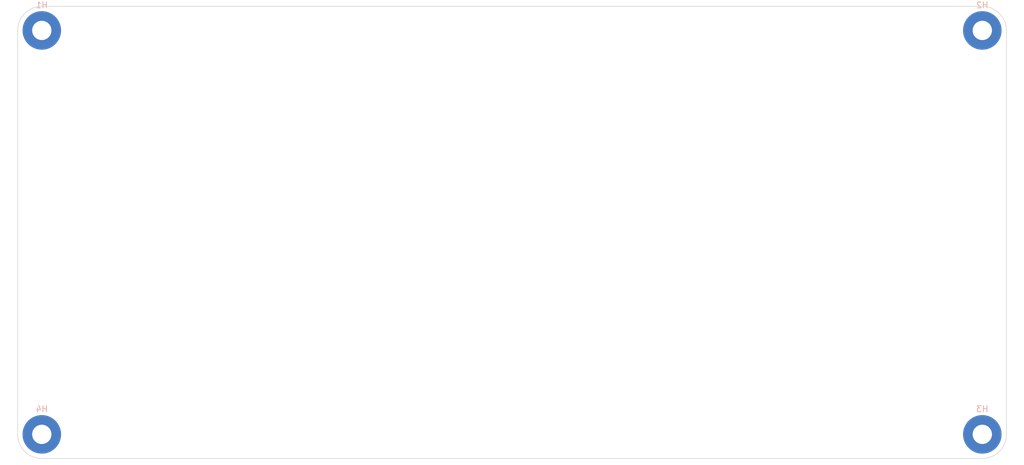
<source format=kicad_pcb>
(kicad_pcb (version 20240108) (generator "pcbnew") (generator_version "8.0")
  (title_block (title "PicoSynth_Sandbox") (date "2024-11-19") (rev "3") (comment 3 "pico-synth-sandbox.dcdalrymple.com") (comment 4 "Cooper Dalrymple"))
  (layers (0 "F.Cu" signal) (31 "B.Cu" signal) (34 "B.Paste" user) (35 "F.Paste" user) (36 "B.SilkS" user "B.Silkscreen") (37 "F.SilkS" user "F.Silkscreen") (38 "B.Mask" user) (39 "F.Mask" user) (44 "Edge.Cuts" user))
  (net 0 "")
  (net 1 "GND")
  (footprint "MountingHole:MountingHole_3.2mm_M3_Pad_TopOnly" (layer "B.Cu") (at 226 139 180)
    (property "Reference" "H3" (at 0 4.2 0) (layer "B.SilkS") (effects (justify mirror)))
    (property "Value" "MountingHole_Pad")
    (pad "1" thru_hole circle (at 0 0 180) (size 3.6 3.6) (drill 3.2) (layers "*.Cu" "*.Mask") (net 1 "GND"))
    (pad "1" connect circle (at 0 0 180) (size 6.4 6.4) (layers "B.Cu" "B.Mask") (net 1 "GND"))
  )
  (footprint "MountingHole:MountingHole_3.2mm_M3_Pad_TopOnly" (layer "B.Cu") (at 226 72 180)
    (property "Reference" "H2" (at 0 4.2 0) (layer "B.SilkS") (effects (justify mirror)))
    (property "Value" "MountingHole_Pad")
    (pad "1" thru_hole circle (at 0 0 180) (size 3.6 3.6) (drill 3.2) (layers "*.Cu" "*.Mask") (net 1 "GND"))
    (pad "1" connect circle (at 0 0 180) (size 6.4 6.4) (layers "B.Cu" "B.Mask") (net 1 "GND"))
  )
  (footprint "MountingHole:MountingHole_3.2mm_M3_Pad_TopOnly" (layer "B.Cu") (at 70 139 180)
    (property "Reference" "H4" (at 0 4.2 0) (layer "B.SilkS") (effects (justify mirror)))
    (property "Value" "MountingHole_Pad")
    (pad "1" thru_hole circle (at 0 0 180) (size 3.6 3.6) (drill 3.2) (layers "*.Cu" "*.Mask") (net 1 "GND"))
    (pad "1" connect circle (at 0 0 180) (size 6.4 6.4) (layers "B.Cu" "B.Mask") (net 1 "GND"))
  )
  (footprint "MountingHole:MountingHole_3.2mm_M3_Pad_TopOnly" (layer "B.Cu") (at 70 72 180)
    (property "Reference" "H1" (at 0 4.2 0) (layer "B.SilkS") (effects (justify mirror)))
    (property "Value" "MountingHole_Pad")
    (pad "1" thru_hole circle (at 0 0 180) (size 3.6 3.6) (drill 3.2) (layers "*.Cu" "*.Mask") (net 1 "GND"))
    (pad "1" connect circle (at 0 0 180) (size 6.4 6.4) (layers "B.Cu" "B.Mask") (net 1 "GND"))
  )
  (gr_arc (start 226 68) (mid 228.828427 69.171573) (end 230 72) (stroke (width 0.1)) (layer "Edge.Cuts"))
  (gr_arc (start 70 143) (mid 67.171573 141.828427) (end 66 139) (stroke (width 0.1)) (layer "Edge.Cuts"))
  (gr_line (start 70 143) (end 226 143) (stroke (width 0.1)) (layer "Edge.Cuts"))
  (gr_arc (start 230 139) (mid 228.828427 141.828427) (end 226 143) (stroke (width 0.1)) (layer "Edge.Cuts"))
  (gr_line (start 226 68) (end 70 68) (stroke (width 0.1)) (layer "Edge.Cuts"))
  (gr_arc (start 66 72) (mid 67.171573 69.171573) (end 70 68) (stroke (width 0.1)) (layer "Edge.Cuts"))
  (gr_line (start 66 72) (end 66 139) (stroke (width 0.1)) (layer "Edge.Cuts"))
  (gr_line (start 230 139) (end 230 72) (stroke (width 0.1)) (layer "Edge.Cuts"))
)
</source>
